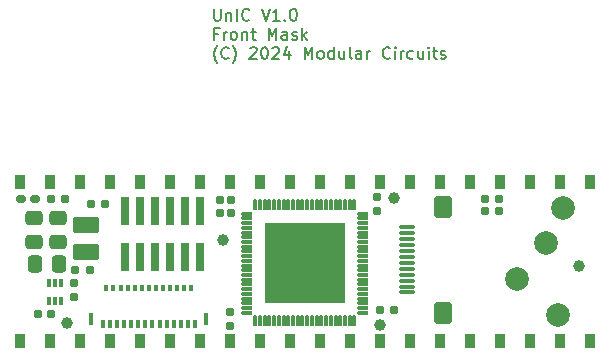
<source format=gbr>
%TF.GenerationSoftware,KiCad,Pcbnew,8.0.1-8.0.1-1~ubuntu22.04.1*%
%TF.CreationDate,2024-05-05T11:37:55-07:00*%
%TF.ProjectId,unic_gw1,756e6963-5f67-4773-912e-6b696361645f,1.0*%
%TF.SameCoordinates,Original*%
%TF.FileFunction,Soldermask,Top*%
%TF.FilePolarity,Negative*%
%FSLAX46Y46*%
G04 Gerber Fmt 4.6, Leading zero omitted, Abs format (unit mm)*
G04 Created by KiCad (PCBNEW 8.0.1-8.0.1-1~ubuntu22.04.1) date 2024-05-05 11:37:55*
%MOMM*%
%LPD*%
G01*
G04 APERTURE LIST*
G04 Aperture macros list*
%AMRoundRect*
0 Rectangle with rounded corners*
0 $1 Rounding radius*
0 $2 $3 $4 $5 $6 $7 $8 $9 X,Y pos of 4 corners*
0 Add a 4 corners polygon primitive as box body*
4,1,4,$2,$3,$4,$5,$6,$7,$8,$9,$2,$3,0*
0 Add four circle primitives for the rounded corners*
1,1,$1+$1,$2,$3*
1,1,$1+$1,$4,$5*
1,1,$1+$1,$6,$7*
1,1,$1+$1,$8,$9*
0 Add four rect primitives between the rounded corners*
20,1,$1+$1,$2,$3,$4,$5,0*
20,1,$1+$1,$4,$5,$6,$7,0*
20,1,$1+$1,$6,$7,$8,$9,0*
20,1,$1+$1,$8,$9,$2,$3,0*%
G04 Aperture macros list end*
%ADD10C,0.150000*%
%ADD11RoundRect,0.250000X0.337500X0.475000X-0.337500X0.475000X-0.337500X-0.475000X0.337500X-0.475000X0*%
%ADD12C,2.000000*%
%ADD13RoundRect,0.160000X-0.222500X-0.160000X0.222500X-0.160000X0.222500X0.160000X-0.222500X0.160000X0*%
%ADD14RoundRect,0.085000X-0.085000X0.265000X-0.085000X-0.265000X0.085000X-0.265000X0.085000X0.265000X0*%
%ADD15R,0.740000X2.400000*%
%ADD16RoundRect,0.160000X0.197500X0.160000X-0.197500X0.160000X-0.197500X-0.160000X0.197500X-0.160000X0*%
%ADD17RoundRect,0.250000X-0.475000X0.337500X-0.475000X-0.337500X0.475000X-0.337500X0.475000X0.337500X0*%
%ADD18RoundRect,0.250001X0.849999X-0.462499X0.849999X0.462499X-0.849999X0.462499X-0.849999X-0.462499X0*%
%ADD19C,1.000000*%
%ADD20RoundRect,0.155000X-0.155000X0.212500X-0.155000X-0.212500X0.155000X-0.212500X0.155000X0.212500X0*%
%ADD21RoundRect,0.155000X0.155000X-0.212500X0.155000X0.212500X-0.155000X0.212500X-0.155000X-0.212500X0*%
%ADD22RoundRect,0.155000X0.212500X0.155000X-0.212500X0.155000X-0.212500X-0.155000X0.212500X-0.155000X0*%
%ADD23C,0.400000*%
%ADD24RoundRect,0.225000X0.225000X-0.400000X0.225000X0.400000X-0.225000X0.400000X-0.225000X-0.400000X0*%
%ADD25RoundRect,0.006600X-0.103400X0.423400X-0.103400X-0.423400X0.103400X-0.423400X0.103400X0.423400X0*%
%ADD26RoundRect,0.006600X-0.423400X-0.103400X0.423400X-0.103400X0.423400X0.103400X-0.423400X0.103400X0*%
%ADD27R,6.740000X6.740000*%
%ADD28RoundRect,0.160000X-0.197500X-0.160000X0.197500X-0.160000X0.197500X0.160000X-0.197500X0.160000X0*%
%ADD29R,0.355600X0.711200*%
%ADD30R,0.355600X0.558800*%
%ADD31R,0.406400X1.092200*%
%ADD32RoundRect,0.160000X0.160000X-0.197500X0.160000X0.197500X-0.160000X0.197500X-0.160000X-0.197500X0*%
%ADD33RoundRect,0.075000X0.575000X-0.075000X0.575000X0.075000X-0.575000X0.075000X-0.575000X-0.075000X0*%
%ADD34RoundRect,0.400000X0.400000X-0.550000X0.400000X0.550000X-0.400000X0.550000X-0.400000X-0.550000X0*%
%ADD35RoundRect,0.155000X-0.212500X-0.155000X0.212500X-0.155000X0.212500X0.155000X-0.212500X0.155000X0*%
G04 APERTURE END LIST*
D10*
X55609279Y-41319931D02*
X55609279Y-42129454D01*
X55609279Y-42129454D02*
X55656898Y-42224692D01*
X55656898Y-42224692D02*
X55704517Y-42272312D01*
X55704517Y-42272312D02*
X55799755Y-42319931D01*
X55799755Y-42319931D02*
X55990231Y-42319931D01*
X55990231Y-42319931D02*
X56085469Y-42272312D01*
X56085469Y-42272312D02*
X56133088Y-42224692D01*
X56133088Y-42224692D02*
X56180707Y-42129454D01*
X56180707Y-42129454D02*
X56180707Y-41319931D01*
X56656898Y-41653264D02*
X56656898Y-42319931D01*
X56656898Y-41748502D02*
X56704517Y-41700883D01*
X56704517Y-41700883D02*
X56799755Y-41653264D01*
X56799755Y-41653264D02*
X56942612Y-41653264D01*
X56942612Y-41653264D02*
X57037850Y-41700883D01*
X57037850Y-41700883D02*
X57085469Y-41796121D01*
X57085469Y-41796121D02*
X57085469Y-42319931D01*
X57561660Y-42319931D02*
X57561660Y-41319931D01*
X58609278Y-42224692D02*
X58561659Y-42272312D01*
X58561659Y-42272312D02*
X58418802Y-42319931D01*
X58418802Y-42319931D02*
X58323564Y-42319931D01*
X58323564Y-42319931D02*
X58180707Y-42272312D01*
X58180707Y-42272312D02*
X58085469Y-42177073D01*
X58085469Y-42177073D02*
X58037850Y-42081835D01*
X58037850Y-42081835D02*
X57990231Y-41891359D01*
X57990231Y-41891359D02*
X57990231Y-41748502D01*
X57990231Y-41748502D02*
X58037850Y-41558026D01*
X58037850Y-41558026D02*
X58085469Y-41462788D01*
X58085469Y-41462788D02*
X58180707Y-41367550D01*
X58180707Y-41367550D02*
X58323564Y-41319931D01*
X58323564Y-41319931D02*
X58418802Y-41319931D01*
X58418802Y-41319931D02*
X58561659Y-41367550D01*
X58561659Y-41367550D02*
X58609278Y-41415169D01*
X59656898Y-41319931D02*
X59990231Y-42319931D01*
X59990231Y-42319931D02*
X60323564Y-41319931D01*
X61180707Y-42319931D02*
X60609279Y-42319931D01*
X60894993Y-42319931D02*
X60894993Y-41319931D01*
X60894993Y-41319931D02*
X60799755Y-41462788D01*
X60799755Y-41462788D02*
X60704517Y-41558026D01*
X60704517Y-41558026D02*
X60609279Y-41605645D01*
X61609279Y-42224692D02*
X61656898Y-42272312D01*
X61656898Y-42272312D02*
X61609279Y-42319931D01*
X61609279Y-42319931D02*
X61561660Y-42272312D01*
X61561660Y-42272312D02*
X61609279Y-42224692D01*
X61609279Y-42224692D02*
X61609279Y-42319931D01*
X62275945Y-41319931D02*
X62371183Y-41319931D01*
X62371183Y-41319931D02*
X62466421Y-41367550D01*
X62466421Y-41367550D02*
X62514040Y-41415169D01*
X62514040Y-41415169D02*
X62561659Y-41510407D01*
X62561659Y-41510407D02*
X62609278Y-41700883D01*
X62609278Y-41700883D02*
X62609278Y-41938978D01*
X62609278Y-41938978D02*
X62561659Y-42129454D01*
X62561659Y-42129454D02*
X62514040Y-42224692D01*
X62514040Y-42224692D02*
X62466421Y-42272312D01*
X62466421Y-42272312D02*
X62371183Y-42319931D01*
X62371183Y-42319931D02*
X62275945Y-42319931D01*
X62275945Y-42319931D02*
X62180707Y-42272312D01*
X62180707Y-42272312D02*
X62133088Y-42224692D01*
X62133088Y-42224692D02*
X62085469Y-42129454D01*
X62085469Y-42129454D02*
X62037850Y-41938978D01*
X62037850Y-41938978D02*
X62037850Y-41700883D01*
X62037850Y-41700883D02*
X62085469Y-41510407D01*
X62085469Y-41510407D02*
X62133088Y-41415169D01*
X62133088Y-41415169D02*
X62180707Y-41367550D01*
X62180707Y-41367550D02*
X62275945Y-41319931D01*
X55942612Y-43406065D02*
X55609279Y-43406065D01*
X55609279Y-43929875D02*
X55609279Y-42929875D01*
X55609279Y-42929875D02*
X56085469Y-42929875D01*
X56466422Y-43929875D02*
X56466422Y-43263208D01*
X56466422Y-43453684D02*
X56514041Y-43358446D01*
X56514041Y-43358446D02*
X56561660Y-43310827D01*
X56561660Y-43310827D02*
X56656898Y-43263208D01*
X56656898Y-43263208D02*
X56752136Y-43263208D01*
X57228327Y-43929875D02*
X57133089Y-43882256D01*
X57133089Y-43882256D02*
X57085470Y-43834636D01*
X57085470Y-43834636D02*
X57037851Y-43739398D01*
X57037851Y-43739398D02*
X57037851Y-43453684D01*
X57037851Y-43453684D02*
X57085470Y-43358446D01*
X57085470Y-43358446D02*
X57133089Y-43310827D01*
X57133089Y-43310827D02*
X57228327Y-43263208D01*
X57228327Y-43263208D02*
X57371184Y-43263208D01*
X57371184Y-43263208D02*
X57466422Y-43310827D01*
X57466422Y-43310827D02*
X57514041Y-43358446D01*
X57514041Y-43358446D02*
X57561660Y-43453684D01*
X57561660Y-43453684D02*
X57561660Y-43739398D01*
X57561660Y-43739398D02*
X57514041Y-43834636D01*
X57514041Y-43834636D02*
X57466422Y-43882256D01*
X57466422Y-43882256D02*
X57371184Y-43929875D01*
X57371184Y-43929875D02*
X57228327Y-43929875D01*
X57990232Y-43263208D02*
X57990232Y-43929875D01*
X57990232Y-43358446D02*
X58037851Y-43310827D01*
X58037851Y-43310827D02*
X58133089Y-43263208D01*
X58133089Y-43263208D02*
X58275946Y-43263208D01*
X58275946Y-43263208D02*
X58371184Y-43310827D01*
X58371184Y-43310827D02*
X58418803Y-43406065D01*
X58418803Y-43406065D02*
X58418803Y-43929875D01*
X58752137Y-43263208D02*
X59133089Y-43263208D01*
X58894994Y-42929875D02*
X58894994Y-43787017D01*
X58894994Y-43787017D02*
X58942613Y-43882256D01*
X58942613Y-43882256D02*
X59037851Y-43929875D01*
X59037851Y-43929875D02*
X59133089Y-43929875D01*
X60228328Y-43929875D02*
X60228328Y-42929875D01*
X60228328Y-42929875D02*
X60561661Y-43644160D01*
X60561661Y-43644160D02*
X60894994Y-42929875D01*
X60894994Y-42929875D02*
X60894994Y-43929875D01*
X61799756Y-43929875D02*
X61799756Y-43406065D01*
X61799756Y-43406065D02*
X61752137Y-43310827D01*
X61752137Y-43310827D02*
X61656899Y-43263208D01*
X61656899Y-43263208D02*
X61466423Y-43263208D01*
X61466423Y-43263208D02*
X61371185Y-43310827D01*
X61799756Y-43882256D02*
X61704518Y-43929875D01*
X61704518Y-43929875D02*
X61466423Y-43929875D01*
X61466423Y-43929875D02*
X61371185Y-43882256D01*
X61371185Y-43882256D02*
X61323566Y-43787017D01*
X61323566Y-43787017D02*
X61323566Y-43691779D01*
X61323566Y-43691779D02*
X61371185Y-43596541D01*
X61371185Y-43596541D02*
X61466423Y-43548922D01*
X61466423Y-43548922D02*
X61704518Y-43548922D01*
X61704518Y-43548922D02*
X61799756Y-43501303D01*
X62228328Y-43882256D02*
X62323566Y-43929875D01*
X62323566Y-43929875D02*
X62514042Y-43929875D01*
X62514042Y-43929875D02*
X62609280Y-43882256D01*
X62609280Y-43882256D02*
X62656899Y-43787017D01*
X62656899Y-43787017D02*
X62656899Y-43739398D01*
X62656899Y-43739398D02*
X62609280Y-43644160D01*
X62609280Y-43644160D02*
X62514042Y-43596541D01*
X62514042Y-43596541D02*
X62371185Y-43596541D01*
X62371185Y-43596541D02*
X62275947Y-43548922D01*
X62275947Y-43548922D02*
X62228328Y-43453684D01*
X62228328Y-43453684D02*
X62228328Y-43406065D01*
X62228328Y-43406065D02*
X62275947Y-43310827D01*
X62275947Y-43310827D02*
X62371185Y-43263208D01*
X62371185Y-43263208D02*
X62514042Y-43263208D01*
X62514042Y-43263208D02*
X62609280Y-43310827D01*
X63085471Y-43929875D02*
X63085471Y-42929875D01*
X63180709Y-43548922D02*
X63466423Y-43929875D01*
X63466423Y-43263208D02*
X63085471Y-43644160D01*
X55894993Y-45920771D02*
X55847374Y-45873152D01*
X55847374Y-45873152D02*
X55752136Y-45730295D01*
X55752136Y-45730295D02*
X55704517Y-45635057D01*
X55704517Y-45635057D02*
X55656898Y-45492200D01*
X55656898Y-45492200D02*
X55609279Y-45254104D01*
X55609279Y-45254104D02*
X55609279Y-45063628D01*
X55609279Y-45063628D02*
X55656898Y-44825533D01*
X55656898Y-44825533D02*
X55704517Y-44682676D01*
X55704517Y-44682676D02*
X55752136Y-44587438D01*
X55752136Y-44587438D02*
X55847374Y-44444580D01*
X55847374Y-44444580D02*
X55894993Y-44396961D01*
X56847374Y-45444580D02*
X56799755Y-45492200D01*
X56799755Y-45492200D02*
X56656898Y-45539819D01*
X56656898Y-45539819D02*
X56561660Y-45539819D01*
X56561660Y-45539819D02*
X56418803Y-45492200D01*
X56418803Y-45492200D02*
X56323565Y-45396961D01*
X56323565Y-45396961D02*
X56275946Y-45301723D01*
X56275946Y-45301723D02*
X56228327Y-45111247D01*
X56228327Y-45111247D02*
X56228327Y-44968390D01*
X56228327Y-44968390D02*
X56275946Y-44777914D01*
X56275946Y-44777914D02*
X56323565Y-44682676D01*
X56323565Y-44682676D02*
X56418803Y-44587438D01*
X56418803Y-44587438D02*
X56561660Y-44539819D01*
X56561660Y-44539819D02*
X56656898Y-44539819D01*
X56656898Y-44539819D02*
X56799755Y-44587438D01*
X56799755Y-44587438D02*
X56847374Y-44635057D01*
X57180708Y-45920771D02*
X57228327Y-45873152D01*
X57228327Y-45873152D02*
X57323565Y-45730295D01*
X57323565Y-45730295D02*
X57371184Y-45635057D01*
X57371184Y-45635057D02*
X57418803Y-45492200D01*
X57418803Y-45492200D02*
X57466422Y-45254104D01*
X57466422Y-45254104D02*
X57466422Y-45063628D01*
X57466422Y-45063628D02*
X57418803Y-44825533D01*
X57418803Y-44825533D02*
X57371184Y-44682676D01*
X57371184Y-44682676D02*
X57323565Y-44587438D01*
X57323565Y-44587438D02*
X57228327Y-44444580D01*
X57228327Y-44444580D02*
X57180708Y-44396961D01*
X58656899Y-44635057D02*
X58704518Y-44587438D01*
X58704518Y-44587438D02*
X58799756Y-44539819D01*
X58799756Y-44539819D02*
X59037851Y-44539819D01*
X59037851Y-44539819D02*
X59133089Y-44587438D01*
X59133089Y-44587438D02*
X59180708Y-44635057D01*
X59180708Y-44635057D02*
X59228327Y-44730295D01*
X59228327Y-44730295D02*
X59228327Y-44825533D01*
X59228327Y-44825533D02*
X59180708Y-44968390D01*
X59180708Y-44968390D02*
X58609280Y-45539819D01*
X58609280Y-45539819D02*
X59228327Y-45539819D01*
X59847375Y-44539819D02*
X59942613Y-44539819D01*
X59942613Y-44539819D02*
X60037851Y-44587438D01*
X60037851Y-44587438D02*
X60085470Y-44635057D01*
X60085470Y-44635057D02*
X60133089Y-44730295D01*
X60133089Y-44730295D02*
X60180708Y-44920771D01*
X60180708Y-44920771D02*
X60180708Y-45158866D01*
X60180708Y-45158866D02*
X60133089Y-45349342D01*
X60133089Y-45349342D02*
X60085470Y-45444580D01*
X60085470Y-45444580D02*
X60037851Y-45492200D01*
X60037851Y-45492200D02*
X59942613Y-45539819D01*
X59942613Y-45539819D02*
X59847375Y-45539819D01*
X59847375Y-45539819D02*
X59752137Y-45492200D01*
X59752137Y-45492200D02*
X59704518Y-45444580D01*
X59704518Y-45444580D02*
X59656899Y-45349342D01*
X59656899Y-45349342D02*
X59609280Y-45158866D01*
X59609280Y-45158866D02*
X59609280Y-44920771D01*
X59609280Y-44920771D02*
X59656899Y-44730295D01*
X59656899Y-44730295D02*
X59704518Y-44635057D01*
X59704518Y-44635057D02*
X59752137Y-44587438D01*
X59752137Y-44587438D02*
X59847375Y-44539819D01*
X60561661Y-44635057D02*
X60609280Y-44587438D01*
X60609280Y-44587438D02*
X60704518Y-44539819D01*
X60704518Y-44539819D02*
X60942613Y-44539819D01*
X60942613Y-44539819D02*
X61037851Y-44587438D01*
X61037851Y-44587438D02*
X61085470Y-44635057D01*
X61085470Y-44635057D02*
X61133089Y-44730295D01*
X61133089Y-44730295D02*
X61133089Y-44825533D01*
X61133089Y-44825533D02*
X61085470Y-44968390D01*
X61085470Y-44968390D02*
X60514042Y-45539819D01*
X60514042Y-45539819D02*
X61133089Y-45539819D01*
X61990232Y-44873152D02*
X61990232Y-45539819D01*
X61752137Y-44492200D02*
X61514042Y-45206485D01*
X61514042Y-45206485D02*
X62133089Y-45206485D01*
X63275947Y-45539819D02*
X63275947Y-44539819D01*
X63275947Y-44539819D02*
X63609280Y-45254104D01*
X63609280Y-45254104D02*
X63942613Y-44539819D01*
X63942613Y-44539819D02*
X63942613Y-45539819D01*
X64561661Y-45539819D02*
X64466423Y-45492200D01*
X64466423Y-45492200D02*
X64418804Y-45444580D01*
X64418804Y-45444580D02*
X64371185Y-45349342D01*
X64371185Y-45349342D02*
X64371185Y-45063628D01*
X64371185Y-45063628D02*
X64418804Y-44968390D01*
X64418804Y-44968390D02*
X64466423Y-44920771D01*
X64466423Y-44920771D02*
X64561661Y-44873152D01*
X64561661Y-44873152D02*
X64704518Y-44873152D01*
X64704518Y-44873152D02*
X64799756Y-44920771D01*
X64799756Y-44920771D02*
X64847375Y-44968390D01*
X64847375Y-44968390D02*
X64894994Y-45063628D01*
X64894994Y-45063628D02*
X64894994Y-45349342D01*
X64894994Y-45349342D02*
X64847375Y-45444580D01*
X64847375Y-45444580D02*
X64799756Y-45492200D01*
X64799756Y-45492200D02*
X64704518Y-45539819D01*
X64704518Y-45539819D02*
X64561661Y-45539819D01*
X65752137Y-45539819D02*
X65752137Y-44539819D01*
X65752137Y-45492200D02*
X65656899Y-45539819D01*
X65656899Y-45539819D02*
X65466423Y-45539819D01*
X65466423Y-45539819D02*
X65371185Y-45492200D01*
X65371185Y-45492200D02*
X65323566Y-45444580D01*
X65323566Y-45444580D02*
X65275947Y-45349342D01*
X65275947Y-45349342D02*
X65275947Y-45063628D01*
X65275947Y-45063628D02*
X65323566Y-44968390D01*
X65323566Y-44968390D02*
X65371185Y-44920771D01*
X65371185Y-44920771D02*
X65466423Y-44873152D01*
X65466423Y-44873152D02*
X65656899Y-44873152D01*
X65656899Y-44873152D02*
X65752137Y-44920771D01*
X66656899Y-44873152D02*
X66656899Y-45539819D01*
X66228328Y-44873152D02*
X66228328Y-45396961D01*
X66228328Y-45396961D02*
X66275947Y-45492200D01*
X66275947Y-45492200D02*
X66371185Y-45539819D01*
X66371185Y-45539819D02*
X66514042Y-45539819D01*
X66514042Y-45539819D02*
X66609280Y-45492200D01*
X66609280Y-45492200D02*
X66656899Y-45444580D01*
X67275947Y-45539819D02*
X67180709Y-45492200D01*
X67180709Y-45492200D02*
X67133090Y-45396961D01*
X67133090Y-45396961D02*
X67133090Y-44539819D01*
X68085471Y-45539819D02*
X68085471Y-45016009D01*
X68085471Y-45016009D02*
X68037852Y-44920771D01*
X68037852Y-44920771D02*
X67942614Y-44873152D01*
X67942614Y-44873152D02*
X67752138Y-44873152D01*
X67752138Y-44873152D02*
X67656900Y-44920771D01*
X68085471Y-45492200D02*
X67990233Y-45539819D01*
X67990233Y-45539819D02*
X67752138Y-45539819D01*
X67752138Y-45539819D02*
X67656900Y-45492200D01*
X67656900Y-45492200D02*
X67609281Y-45396961D01*
X67609281Y-45396961D02*
X67609281Y-45301723D01*
X67609281Y-45301723D02*
X67656900Y-45206485D01*
X67656900Y-45206485D02*
X67752138Y-45158866D01*
X67752138Y-45158866D02*
X67990233Y-45158866D01*
X67990233Y-45158866D02*
X68085471Y-45111247D01*
X68561662Y-45539819D02*
X68561662Y-44873152D01*
X68561662Y-45063628D02*
X68609281Y-44968390D01*
X68609281Y-44968390D02*
X68656900Y-44920771D01*
X68656900Y-44920771D02*
X68752138Y-44873152D01*
X68752138Y-44873152D02*
X68847376Y-44873152D01*
X70514043Y-45444580D02*
X70466424Y-45492200D01*
X70466424Y-45492200D02*
X70323567Y-45539819D01*
X70323567Y-45539819D02*
X70228329Y-45539819D01*
X70228329Y-45539819D02*
X70085472Y-45492200D01*
X70085472Y-45492200D02*
X69990234Y-45396961D01*
X69990234Y-45396961D02*
X69942615Y-45301723D01*
X69942615Y-45301723D02*
X69894996Y-45111247D01*
X69894996Y-45111247D02*
X69894996Y-44968390D01*
X69894996Y-44968390D02*
X69942615Y-44777914D01*
X69942615Y-44777914D02*
X69990234Y-44682676D01*
X69990234Y-44682676D02*
X70085472Y-44587438D01*
X70085472Y-44587438D02*
X70228329Y-44539819D01*
X70228329Y-44539819D02*
X70323567Y-44539819D01*
X70323567Y-44539819D02*
X70466424Y-44587438D01*
X70466424Y-44587438D02*
X70514043Y-44635057D01*
X70942615Y-45539819D02*
X70942615Y-44873152D01*
X70942615Y-44539819D02*
X70894996Y-44587438D01*
X70894996Y-44587438D02*
X70942615Y-44635057D01*
X70942615Y-44635057D02*
X70990234Y-44587438D01*
X70990234Y-44587438D02*
X70942615Y-44539819D01*
X70942615Y-44539819D02*
X70942615Y-44635057D01*
X71418805Y-45539819D02*
X71418805Y-44873152D01*
X71418805Y-45063628D02*
X71466424Y-44968390D01*
X71466424Y-44968390D02*
X71514043Y-44920771D01*
X71514043Y-44920771D02*
X71609281Y-44873152D01*
X71609281Y-44873152D02*
X71704519Y-44873152D01*
X72466424Y-45492200D02*
X72371186Y-45539819D01*
X72371186Y-45539819D02*
X72180710Y-45539819D01*
X72180710Y-45539819D02*
X72085472Y-45492200D01*
X72085472Y-45492200D02*
X72037853Y-45444580D01*
X72037853Y-45444580D02*
X71990234Y-45349342D01*
X71990234Y-45349342D02*
X71990234Y-45063628D01*
X71990234Y-45063628D02*
X72037853Y-44968390D01*
X72037853Y-44968390D02*
X72085472Y-44920771D01*
X72085472Y-44920771D02*
X72180710Y-44873152D01*
X72180710Y-44873152D02*
X72371186Y-44873152D01*
X72371186Y-44873152D02*
X72466424Y-44920771D01*
X73323567Y-44873152D02*
X73323567Y-45539819D01*
X72894996Y-44873152D02*
X72894996Y-45396961D01*
X72894996Y-45396961D02*
X72942615Y-45492200D01*
X72942615Y-45492200D02*
X73037853Y-45539819D01*
X73037853Y-45539819D02*
X73180710Y-45539819D01*
X73180710Y-45539819D02*
X73275948Y-45492200D01*
X73275948Y-45492200D02*
X73323567Y-45444580D01*
X73799758Y-45539819D02*
X73799758Y-44873152D01*
X73799758Y-44539819D02*
X73752139Y-44587438D01*
X73752139Y-44587438D02*
X73799758Y-44635057D01*
X73799758Y-44635057D02*
X73847377Y-44587438D01*
X73847377Y-44587438D02*
X73799758Y-44539819D01*
X73799758Y-44539819D02*
X73799758Y-44635057D01*
X74133091Y-44873152D02*
X74514043Y-44873152D01*
X74275948Y-44539819D02*
X74275948Y-45396961D01*
X74275948Y-45396961D02*
X74323567Y-45492200D01*
X74323567Y-45492200D02*
X74418805Y-45539819D01*
X74418805Y-45539819D02*
X74514043Y-45539819D01*
X74799758Y-45492200D02*
X74894996Y-45539819D01*
X74894996Y-45539819D02*
X75085472Y-45539819D01*
X75085472Y-45539819D02*
X75180710Y-45492200D01*
X75180710Y-45492200D02*
X75228329Y-45396961D01*
X75228329Y-45396961D02*
X75228329Y-45349342D01*
X75228329Y-45349342D02*
X75180710Y-45254104D01*
X75180710Y-45254104D02*
X75085472Y-45206485D01*
X75085472Y-45206485D02*
X74942615Y-45206485D01*
X74942615Y-45206485D02*
X74847377Y-45158866D01*
X74847377Y-45158866D02*
X74799758Y-45063628D01*
X74799758Y-45063628D02*
X74799758Y-45016009D01*
X74799758Y-45016009D02*
X74847377Y-44920771D01*
X74847377Y-44920771D02*
X74942615Y-44873152D01*
X74942615Y-44873152D02*
X75085472Y-44873152D01*
X75085472Y-44873152D02*
X75180710Y-44920771D01*
D11*
%TO.C,C5*%
X42515000Y-62950000D03*
X40440000Y-62950000D03*
%TD*%
D12*
%TO.C,TP4*%
X85150000Y-58175000D03*
%TD*%
%TO.C,TP1*%
X81277500Y-64150000D03*
%TD*%
D13*
%TO.C,LED_DONE1*%
X39305000Y-57450000D03*
X40450000Y-57450000D03*
%TD*%
D14*
%TO.C,U6*%
X42628500Y-64550000D03*
X42128500Y-64550000D03*
X41628500Y-64550000D03*
X41628500Y-66050000D03*
X42128500Y-66050000D03*
X42628500Y-66050000D03*
%TD*%
D15*
%TO.C,J_JTAG1*%
X54422500Y-58420000D03*
X54422500Y-62320000D03*
X53152500Y-58420000D03*
X53152500Y-62320000D03*
X51882500Y-58420000D03*
X51882500Y-62320000D03*
X50612500Y-58420000D03*
X50612500Y-62320000D03*
X49342500Y-58420000D03*
X49342500Y-62320000D03*
X48072500Y-58420000D03*
X48072500Y-62320000D03*
%TD*%
D16*
%TO.C,R16*%
X45180000Y-57850000D03*
X46375000Y-57850000D03*
%TD*%
D17*
%TO.C,C7*%
X40377500Y-59012500D03*
X40377500Y-61087500D03*
%TD*%
D16*
%TO.C,R2*%
X78580000Y-57450000D03*
X79775000Y-57450000D03*
%TD*%
D12*
%TO.C,TP2*%
X84777500Y-67250000D03*
%TD*%
D18*
%TO.C,L1*%
X44777500Y-61912500D03*
X44777500Y-59587500D03*
%TD*%
D19*
%TO.C,FID2*%
X70877500Y-57350000D03*
%TD*%
D20*
%TO.C,C11*%
X56967500Y-68157500D03*
X56967500Y-67022500D03*
%TD*%
D21*
%TO.C,C20*%
X57067500Y-57482500D03*
X57067500Y-58617500D03*
%TD*%
D22*
%TO.C,C15*%
X69680000Y-66820000D03*
X70815000Y-66820000D03*
%TD*%
D21*
%TO.C,C23*%
X69427500Y-57282500D03*
X69427500Y-58417500D03*
%TD*%
D23*
%TO.C,SOCKET1*%
X39172500Y-69570000D03*
D24*
X39172500Y-69445000D03*
D23*
X41712500Y-69570000D03*
D24*
X41712500Y-69445000D03*
D23*
X44252500Y-69570000D03*
D24*
X44252500Y-69445000D03*
D23*
X46792500Y-69570000D03*
D24*
X46792500Y-69445000D03*
D23*
X49332500Y-69570000D03*
D24*
X49332500Y-69445000D03*
D23*
X51872500Y-69570000D03*
D24*
X51872500Y-69445000D03*
D23*
X54412500Y-69570000D03*
D24*
X54412500Y-69445000D03*
D23*
X56952500Y-69570000D03*
D24*
X56952500Y-69445000D03*
D23*
X59492500Y-69570000D03*
D24*
X59492500Y-69445000D03*
D23*
X62032500Y-69570000D03*
D24*
X62032500Y-69445000D03*
D23*
X64572500Y-69570000D03*
D24*
X64572500Y-69445000D03*
D23*
X67112500Y-69570000D03*
D24*
X67112500Y-69445000D03*
D23*
X69652500Y-69570000D03*
D24*
X69652500Y-69445000D03*
D23*
X72192500Y-69570000D03*
D24*
X72192500Y-69445000D03*
D23*
X74732500Y-69570000D03*
D24*
X74732500Y-69445000D03*
D23*
X77272500Y-69570000D03*
D24*
X77272500Y-69445000D03*
D23*
X79812500Y-69570000D03*
D24*
X79812500Y-69445000D03*
D23*
X82352500Y-69570000D03*
D24*
X82352500Y-69445000D03*
D23*
X84892500Y-69570000D03*
D24*
X84892500Y-69445000D03*
D23*
X87432500Y-69570000D03*
D24*
X87432500Y-69445000D03*
X87432500Y-55955000D03*
D23*
X87432500Y-55830000D03*
D24*
X84892500Y-55955000D03*
D23*
X84892500Y-55830000D03*
D24*
X82352500Y-55955000D03*
D23*
X82352500Y-55830000D03*
D24*
X79812500Y-55955000D03*
D23*
X79812500Y-55830000D03*
D24*
X77272500Y-55955000D03*
D23*
X77272500Y-55830000D03*
D24*
X74732500Y-55955000D03*
D23*
X74732500Y-55830000D03*
D24*
X72192500Y-55955000D03*
D23*
X72192500Y-55830000D03*
D24*
X69652500Y-55955000D03*
D23*
X69652500Y-55830000D03*
D24*
X67112500Y-55955000D03*
D23*
X67112500Y-55830000D03*
D24*
X64572500Y-55955000D03*
D23*
X64572500Y-55830000D03*
D24*
X62032500Y-55955000D03*
D23*
X62032500Y-55830000D03*
D24*
X59492500Y-55955000D03*
D23*
X59492500Y-55830000D03*
D24*
X56952500Y-55955000D03*
D23*
X56952500Y-55830000D03*
D24*
X54412500Y-55955000D03*
D23*
X54412500Y-55830000D03*
D24*
X51872500Y-55955000D03*
D23*
X51872500Y-55830000D03*
D24*
X49332500Y-55955000D03*
D23*
X49332500Y-55830000D03*
D24*
X46792500Y-55955000D03*
D23*
X46792500Y-55830000D03*
D24*
X44252500Y-55955000D03*
D23*
X44252500Y-55830000D03*
D24*
X41712500Y-55955000D03*
D23*
X41712500Y-55830000D03*
D24*
X39172500Y-55955000D03*
D23*
X39172500Y-55830000D03*
%TD*%
D25*
%TO.C,U1*%
X67502500Y-57915500D03*
X67102500Y-57915500D03*
X66702500Y-57915500D03*
X66302500Y-57915500D03*
X65902500Y-57915500D03*
X65502500Y-57915500D03*
X65102500Y-57915500D03*
X64702500Y-57915500D03*
X64302500Y-57915500D03*
X63902500Y-57915500D03*
X63502500Y-57915500D03*
X63102500Y-57915500D03*
X62702500Y-57915500D03*
X62302500Y-57915500D03*
X61902500Y-57915500D03*
X61502500Y-57915500D03*
X61102500Y-57915500D03*
X60702500Y-57915500D03*
X60302500Y-57915500D03*
X59902500Y-57915500D03*
X59502500Y-57915500D03*
X59102500Y-57915500D03*
D26*
X58367500Y-58650500D03*
X58367500Y-59050500D03*
X58367500Y-59450500D03*
X58367500Y-59850500D03*
X58367500Y-60250500D03*
X58367500Y-60650500D03*
X58367500Y-61050500D03*
X58367500Y-61450500D03*
X58367500Y-61850500D03*
X58367500Y-62250500D03*
X58367500Y-62650500D03*
X58367500Y-63050500D03*
X58367500Y-63450500D03*
X58367500Y-63850500D03*
X58367500Y-64250500D03*
X58367500Y-64650500D03*
X58367500Y-65050500D03*
X58367500Y-65450500D03*
X58367500Y-65850500D03*
X58367500Y-66250500D03*
X58367500Y-66650500D03*
X58367500Y-67050500D03*
D25*
X59102500Y-67785500D03*
X59502500Y-67785500D03*
X59902500Y-67785500D03*
X60302500Y-67785500D03*
X60702500Y-67785500D03*
X61102500Y-67785500D03*
X61502500Y-67785500D03*
X61902500Y-67785500D03*
X62302500Y-67785500D03*
X62702500Y-67785500D03*
X63102500Y-67785500D03*
X63502500Y-67785500D03*
X63902500Y-67785500D03*
X64302500Y-67785500D03*
X64702500Y-67785500D03*
X65102500Y-67785500D03*
X65502500Y-67785500D03*
X65902500Y-67785500D03*
X66302500Y-67785500D03*
X66702500Y-67785500D03*
X67102500Y-67785500D03*
X67502500Y-67785500D03*
D26*
X68237500Y-67050500D03*
X68237500Y-66650500D03*
X68237500Y-66250500D03*
X68237500Y-65850500D03*
X68237500Y-65450500D03*
X68237500Y-65050500D03*
X68237500Y-64650500D03*
X68237500Y-64250500D03*
X68237500Y-63850500D03*
X68237500Y-63450500D03*
X68237500Y-63050500D03*
X68237500Y-62650500D03*
X68237500Y-62250500D03*
X68237500Y-61850500D03*
X68237500Y-61450500D03*
X68237500Y-61050500D03*
X68237500Y-60650500D03*
X68237500Y-60250500D03*
X68237500Y-59850500D03*
X68237500Y-59450500D03*
X68237500Y-59050500D03*
X68237500Y-58650500D03*
D27*
X63302500Y-62850500D03*
%TD*%
D19*
%TO.C,FID9*%
X69677500Y-68050000D03*
%TD*%
%TO.C,FID6*%
X86477500Y-63050000D03*
%TD*%
D12*
%TO.C,TP3*%
X83732500Y-61170000D03*
%TD*%
D28*
%TO.C,R3*%
X79775000Y-58450000D03*
X78580000Y-58450000D03*
%TD*%
D19*
%TO.C,FID8*%
X56377500Y-60850000D03*
%TD*%
%TO.C,FID4*%
X43177500Y-67950000D03*
%TD*%
D28*
%TO.C,R1*%
X42975000Y-57450000D03*
X41780000Y-57450000D03*
%TD*%
D17*
%TO.C,C8*%
X42377500Y-59012500D03*
X42377500Y-61087500D03*
%TD*%
D29*
%TO.C,J_EXT1*%
X46197500Y-67982389D03*
D30*
X46497500Y-64967379D03*
D29*
X46797499Y-67982389D03*
D30*
X47097501Y-64967379D03*
D29*
X47397500Y-67982389D03*
D30*
X47697500Y-64967379D03*
D29*
X47997499Y-67982389D03*
D30*
X48297501Y-64967379D03*
D29*
X48597500Y-67982389D03*
D30*
X48897500Y-64967379D03*
D29*
X49197499Y-67982389D03*
D30*
X49497501Y-64967379D03*
D29*
X49797501Y-67982389D03*
D30*
X50097500Y-64967379D03*
D29*
X50397499Y-67982389D03*
D30*
X50697501Y-64967379D03*
D29*
X50997501Y-67982389D03*
D30*
X51297500Y-64967379D03*
D29*
X51597500Y-67982389D03*
D30*
X51897501Y-64967379D03*
D29*
X52197501Y-67982389D03*
D30*
X52497500Y-64967379D03*
D29*
X52797500Y-67982389D03*
D30*
X53097502Y-64967379D03*
D29*
X53397501Y-67982389D03*
D30*
X53697500Y-64967379D03*
D29*
X53997500Y-67982389D03*
D31*
X45222498Y-67615700D03*
X54972502Y-67615700D03*
%TD*%
D28*
%TO.C,R4*%
X45075000Y-63450000D03*
X43880000Y-63450000D03*
%TD*%
D32*
%TO.C,R5*%
X43777500Y-64552500D03*
X43777500Y-65747500D03*
%TD*%
D33*
%TO.C,J_DISPLAY1*%
X71938500Y-65323000D03*
X71938500Y-64823000D03*
X71938500Y-64323000D03*
X71938500Y-63823000D03*
X71938500Y-63323000D03*
X71938500Y-62823000D03*
X71938500Y-62323000D03*
X71938500Y-61823000D03*
X71938500Y-61323000D03*
X71938500Y-60823000D03*
X71932214Y-60327280D03*
X71938500Y-59823000D03*
D34*
X74988500Y-67073000D03*
X74988500Y-58073000D03*
%TD*%
D21*
%TO.C,C4*%
X56117500Y-57482500D03*
X56117500Y-58617500D03*
%TD*%
D35*
%TO.C,C6*%
X41845000Y-67150000D03*
X40710000Y-67150000D03*
%TD*%
M02*

</source>
